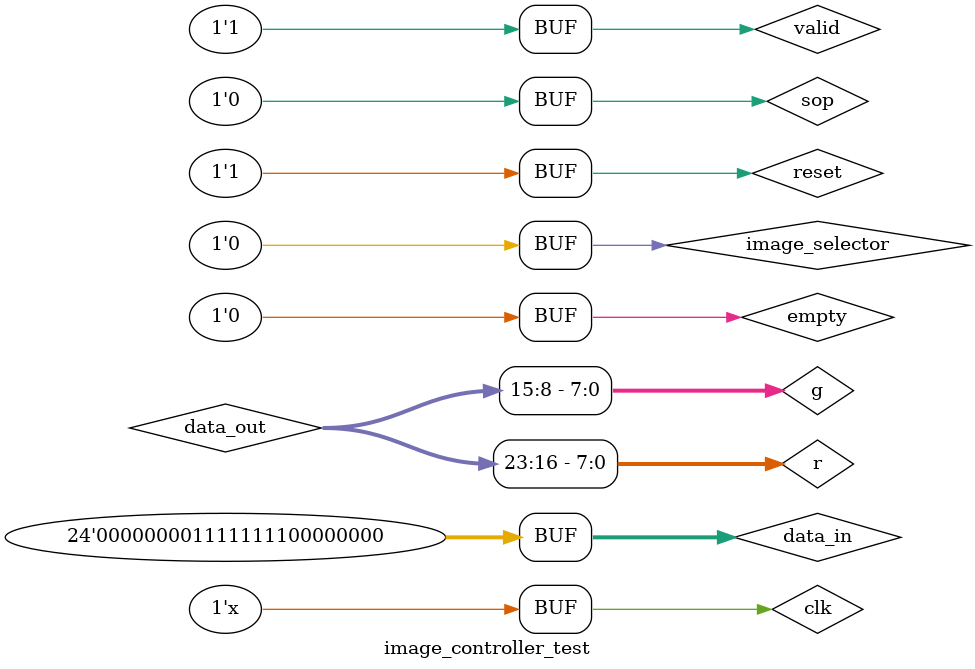
<source format=sv>
`timescale 1 ps / 1 ps
module image_controller_test();

	logic clk, reset, ready, valid, eop, sop, empty, hsync, vsync, den;
	
	logic[23:0] data_in, data_out;
	
	logic[7:0] r, g, b;
	
	assign r = data_out[23:16];
	assign g = data_out[15:8];
	assign b = data_out[7:0];
	
	video_sync_generator video_sync (
		.video_sync_generator_0_clk_clk           (clk),     		      //       video_sync_generator_0_clk.clk
		.video_sync_generator_0_clk_reset_reset_n (reset), 				// video_sync_generator_0_clk_reset.reset_n
		.video_sync_generator_0_in_ready          (ready),          	//        video_sync_generator_0_in.ready
		.video_sync_generator_0_in_valid          (valid),          	//                                 .valid
		.video_sync_generator_0_in_data           (data_in),           //                                 .data
		.video_sync_generator_0_in_endofpacket    (eop),    				//                                 .endofpacket
		.video_sync_generator_0_in_startofpacket  (sop),  					//                                 .startofpacket
		.video_sync_generator_0_in_empty          (empty),          	//                                 .empty
		.video_sync_generator_0_sync_RGB_OUT      (data_out),      		//      video_sync_generator_0_sync.RGB_OUT
		.video_sync_generator_0_sync_HD           (hsync),           	//                                 .HD
		.video_sync_generator_0_sync_VD           (vsync),           	//                                 .VD
		.video_sync_generator_0_sync_DEN          (den)           		//                                 .DEN
	);

	
	logic image_selector;
	logic[1:0] color_selector;
	
	logic[18:0] address;
	
	image_controller DUT(
		.clk							(clk),
		.reset						(reset),
		.hsync						(hsync), 
		.vsync						(vsync), 
		.visible						(den), 
		.image_selector			(image_selector),
		.color_selector			(color_selector),
		.address					(address)
		);
	
	
	initial begin
		clk = 0;
		reset = 1;
		valid = 1;
		sop = 0;
		empty = 0;
		data_in = 24'b000000001111111100000000;
		
		image_selector = 0;
		
		#10 reset = 0;
		#10 reset = 1;

	end
	
	always
		#7692 clk <= !clk;
	
endmodule 
</source>
